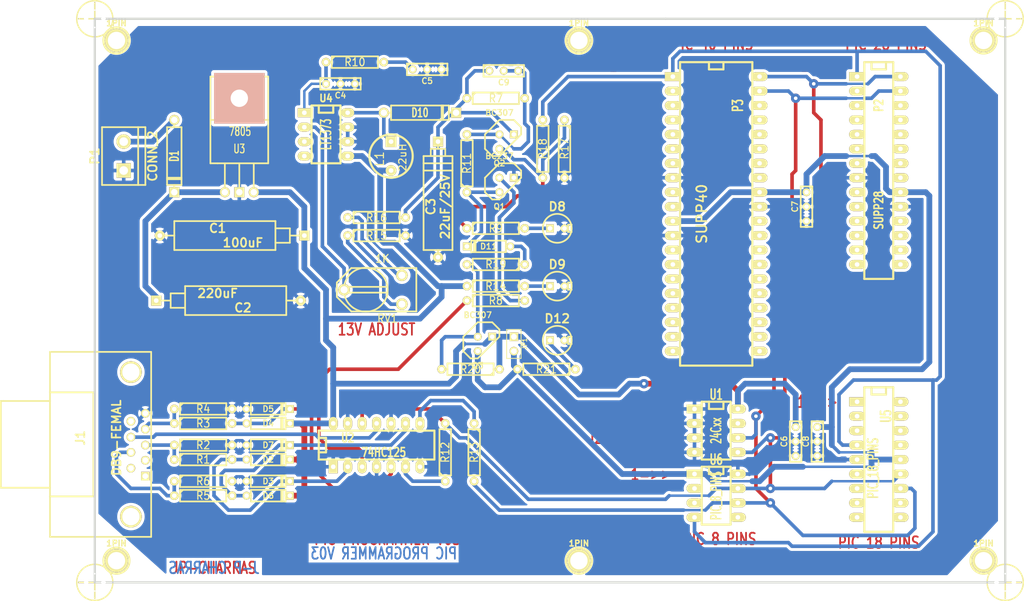
<source format=kicad_pcb>
(kicad_pcb (version 20221018) (generator pcbnew)
  (title_block (title "SERIAL PIC PROGRAMMER"))
  (layers (0 "F.Cu" signal "Composant") (31 "B.Cu" signal "Cuivre") (34 "B.Paste" user "Dessous.Pate") (35 "F.Paste" user "Dessus.Pate") (36 "B.SilkS" user "Dessous.SilkS") (37 "F.SilkS" user "Dessus.SilkS") (38 "B.Mask" user "Dessous.Masque") (39 "F.Mask" user "Dessus.Masque") (44 "Edge.Cuts" user "Contours.Ci"))
  (net 0 "")
  (net 1 "/pic_programmer/CTS")
  (net 2 "/pic_programmer/PC-DATA-OUT")
  (net 3 "/pic_programmer/RTS")
  (net 4 "/pic_programmer/TXD")
  (net 5 "/sockets/CLOCK-RB6")
  (net 6 "/sockets/DATA-RB7")
  (net 7 "/sockets/VCC_PIC")
  (net 8 "/sockets/VPP-MCLR")
  (net 9 "GND")
  (net 10 "N-000009")
  (net 11 "N-000010")
  (net 12 "N-000011")
  (net 13 "N-000013")
  (net 14 "N-000015")
  (net 15 "N-000016")
  (net 16 "N-000017")
  (net 17 "N-000018")
  (net 18 "N-000021")
  (net 19 "N-000022")
  (net 20 "N-000023")
  (net 21 "N-000024")
  (net 22 "N-000025")
  (net 23 "N-000026")
  (net 24 "N-000027")
  (net 25 "N-000028")
  (net 26 "N-000029")
  (net 27 "N-000030")
  (net 28 "N-000031")
  (net 29 "N-000032")
  (net 30 "N-000033")
  (net 31 "N-000034")
  (net 32 "N-000036")
  (net 33 "N-000038")
  (net 34 "VCC")
  (net 35 "VPP")
  (footprint "DB9FC" (layer "F.Cu") (at 81.28 115.57 90)
    (fp_text reference "J1")
    (fp_text value "DB9-FEMAL")
  )
  (footprint "R4" (layer "F.Cu") (at 92.71 118.11)
    (fp_text reference "R1")
    (fp_text value "10K" hide)
  )
  (footprint "R4" (layer "F.Cu") (at 92.71 115.57)
    (fp_text reference "R2")
    (fp_text value "10K" hide)
  )
  (footprint "D3" (layer "F.Cu") (at 104.14 118.11)
    (fp_text reference "D2")
    (fp_text value "BAT43" hide)
  )
  (footprint "D3" (layer "F.Cu") (at 104.14 121.92)
    (fp_text reference "D3")
    (fp_text value "BAT43" hide)
  )
  (footprint "R4" (layer "F.Cu") (at 92.71 111.76)
    (fp_text reference "R3")
    (fp_text value "10K" hide)
  )
  (footprint "R4" (layer "F.Cu") (at 92.71 109.22)
    (fp_text reference "R4")
    (fp_text value "10K" hide)
  )
  (footprint "D3" (layer "F.Cu") (at 104.14 111.76)
    (fp_text reference "D4")
    (fp_text value "BAT43" hide)
  )
  (footprint "D3" (layer "F.Cu") (at 104.14 109.22)
    (fp_text reference "D5")
    (fp_text value "BAT43" hide)
  )
  (footprint "R4" (layer "F.Cu") (at 92.71 124.46)
    (fp_text reference "R5")
    (fp_text value "10K" hide)
  )
  (footprint "R4" (layer "F.Cu") (at 92.71 121.92)
    (fp_text reference "R6")
    (fp_text value "10K" hide)
  )
  (footprint "D3" (layer "F.Cu") (at 104.14 124.46)
    (fp_text reference "D6")
    (fp_text value "BAT43" hide)
  )
  (footprint "D3" (layer "F.Cu") (at 104.14 115.57)
    (fp_text reference "D7")
    (fp_text value "BAT43" hide)
  )
  (footprint "14DIP-ELL300" (layer "F.Cu") (at 123.19 115.57)
    (fp_text reference "U2")
    (fp_text value "74HC125")
  )
  (footprint "R4" (layer "F.Cu") (at 135.255 116.84 90)
    (fp_text reference "R12")
    (fp_text value "470" hide)
  )
  (footprint "R4" (layer "F.Cu") (at 140.335 116.84 -90)
    (fp_text reference "R13")
    (fp_text value "470" hide)
  )
  (footprint "R4" (layer "F.Cu") (at 144.145 90.17)
    (fp_text reference "R8")
    (fp_text value "1K" hide)
  )
  (footprint "TO92" (layer "F.Cu") (at 146.05 69.85)
    (fp_text reference "Q1")
    (fp_text value "BC237")
  )
  (footprint "R4" (layer "F.Cu") (at 139.065 66.04 90)
    (fp_text reference "R11")
    (fp_text value "22K" hide)
  )
  (footprint "R4" (layer "F.Cu") (at 144.145 54.61)
    (fp_text reference "R7")
    (fp_text value "10K" hide)
  )
  (footprint "TO92" (layer "F.Cu") (at 146.05 62.23)
    (fp_text reference "Q2")
    (fp_text value "BC307")
  )
  (footprint "R4" (layer "F.Cu") (at 144.145 77.47)
    (fp_text reference "R9")
    (fp_text value "2.2K" hide)
  )
  (footprint "LEDV" (layer "F.Cu") (at 154.94 77.47)
    (fp_text reference "D8")
    (fp_text value "RED-LED" hide)
  )
  (footprint "bornier2" (layer "F.Cu") (at 78.74 64.77 90)
    (fp_text reference "P1")
    (fp_text value "CONN_2")
  )
  (footprint "D5" (layer "F.Cu") (at 87.63 64.77 -90)
    (fp_text reference "D1")
    (fp_text value "1N4004" hide)
  )
  (footprint "CP10" (layer "F.Cu") (at 97.155 90.17)
    (fp_text reference "C2")
    (fp_text value "220uF")
  )
  (footprint "LM78XX" (layer "F.Cu") (at 99.06 71.12 90)
    (fp_text reference "U3")
    (fp_text value "7805")
  )
  (footprint "CP10" (layer "F.Cu") (at 97.79 78.74 180)
    (fp_text reference "C1")
    (fp_text value "100uF")
  )
  (footprint "R4" (layer "F.Cu") (at 144.145 87.63)
    (fp_text reference "R14")
    (fp_text value "470" hide)
  )
  (footprint "LEDV" (layer "F.Cu") (at 154.94 87.63)
    (fp_text reference "D9")
    (fp_text value "GREEN-LED" hide)
  )
  (footprint "R4" (layer "F.Cu") (at 156.21 63.5 -90)
    (fp_text reference "R17")
    (fp_text value "22K" hide)
  )
  (footprint "INDUCTOR_V" (layer "F.Cu") (at 125.73 64.77 -90)
    (fp_text reference "L1")
    (fp_text value "22uH")
  )
  (footprint "CP8" (layer "F.Cu") (at 133.985 72.39 -90)
    (fp_text reference "C3")
    (fp_text value "22uF/25V")
  )
  (footprint "C1-1" (layer "F.Cu") (at 132.08 49.53)
    (fp_text reference "C5")
    (fp_text value "10nF" hide)
  )
  (footprint "R4" (layer "F.Cu") (at 123.19 78.74)
    (fp_text reference "R15")
    (fp_text value "6.2K" hide)
  )
  (footprint "R4" (layer "F.Cu") (at 123.19 75.565)
    (fp_text reference "R16")
    (fp_text value "62K" hide)
  )
  (footprint "8DIP-ELL300" (layer "F.Cu") (at 114.3 60.96 -90)
    (fp_text reference "U4")
    (fp_text value "LT1373")
  )
  (footprint "C1-1" (layer "F.Cu") (at 116.84 52.07)
    (fp_text reference "C4")
    (fp_text value "0" hide)
  )
  (footprint "R4" (layer "F.Cu") (at 119.38 48.26)
    (fp_text reference "R10")
    (fp_text value "5,1K" hide)
  )
  (footprint "D5" (layer "F.Cu") (at 130.81 57.15)
    (fp_text reference "D10")
    (fp_text value "SCHOTTKY" hide)
  )
  (footprint "8DIP-ELL300" (layer "F.Cu") (at 182.88 124.46 -90)
    (fp_text reference "U6")
    (fp_text value "PIC_8_PINS")
  )
  (footprint "18DIP-ELL300" (layer "F.Cu") (at 211.455 118.11 -90)
    (fp_text reference "U5")
    (fp_text value "PIC_18_PINS")
  )
  (footprint "8DIP-ELL300" (layer "F.Cu") (at 182.88 113.03 -90)
    (fp_text reference "U1")
    (fp_text value "24Cxx")
  )
  (footprint "40DIP-ELL600" (layer "F.Cu") (at 182.88 74.93 -90)
    (fp_text reference "P3")
    (fp_text value "SUPP40")
  )
  (footprint "1pin" (layer "F.Cu") (at 229.87 44.45)
    (fp_text reference "1PIN")
    (fp_text value "P***" hide)
  )
  (footprint "1pin" (layer "F.Cu") (at 229.87 135.89)
    (fp_text reference "1PIN")
    (fp_text value "P***" hide)
  )
  (footprint "1pin" (layer "F.Cu") (at 77.47 44.45)
    (fp_text reference "1PIN")
    (fp_text value "P***" hide)
  )
  (footprint "1pin" (layer "F.Cu") (at 77.47 135.89)
    (fp_text reference "1PIN")
    (fp_text value "P***" hide)
  )
  (footprint "1pin" (layer "F.Cu") (at 158.75 135.89)
    (fp_text reference "1PIN")
    (fp_text value "P***" hide)
  )
  (footprint "1pin" (layer "F.Cu") (at 158.75 44.45)
    (fp_text reference "1PIN")
    (fp_text value "P***" hide)
  )
  (footprint "C1-1" (layer "F.Cu") (at 196.85 114.935 -90)
    (fp_text reference "C6")
    (fp_text value "100nF" hide)
  )
  (footprint "C1-1" (layer "F.Cu") (at 198.755 73.66 -90)
    (fp_text reference "C7")
    (fp_text value "100nF" hide)
  )
  (footprint "MIRE" (layer "F.Cu") (at 233.68 40.64)
    (fp_text reference "MIRE" hide)
    (fp_text value "*" hide)
  )
  (footprint "MIRE" (layer "F.Cu") (at 73.66 40.64)
    (fp_text reference "MIRE" hide)
    (fp_text value "*" hide)
  )
  (footprint "MIRE" (layer "F.Cu") (at 73.66 139.7)
    (fp_text reference "MIRE" hide)
    (fp_text value "*" hide)
  )
  (footprint "MIRE" (layer "F.Cu") (at 233.68 139.7)
    (fp_text reference "MIRE" hide)
    (fp_text value "*" hide)
  )
  (footprint "R4" (layer "F.Cu") (at 152.4 63.5 90)
    (fp_text reference "R18")
    (fp_text value "220" hide)
  )
  (footprint "28DIP-ELL300" (layer "F.Cu") (at 211.455 67.31 -90)
    (fp_text reference "P2")
    (fp_text value "SUPP28")
  )
  (footprint "RV2X4" (layer "F.Cu") (at 122.555 88.265 180)
    (fp_text reference "RV1")
    (fp_text value "1K")
  )
  (footprint "TO92" (layer "F.Cu") (at 142.24 97.79)
    (fp_text reference "Q3")
    (fp_text value "BC307")
  )
  (footprint "R4" (layer "F.Cu") (at 144.145 83.82 180)
    (fp_text reference "R19")
    (fp_text value "2.2K" hide)
  )
  (footprint "R4" (layer "F.Cu") (at 139.7 102.235 180)
    (fp_text reference "R20")
    (fp_text value "2.2K" hide)
  )
  (footprint "R4" (layer "F.Cu") (at 153.035 102.235 180)
    (fp_text reference "R21")
    (fp_text value "470" hide)
  )
  (footprint "LEDV" (layer "F.Cu") (at 154.94 97.155)
    (fp_text reference "D12")
    (fp_text value "YELLOW-LED" hide)
  )
  (footprint "D3" (layer "F.Cu") (at 142.875 80.645 180)
    (fp_text reference "D11")
    (fp_text value "BAT43" hide)
  )
  (footprint "PIN_ARRAY_2X1" (layer "F.Cu") (at 147.32 97.79 -90)
    (fp_text reference "JP1")
    (fp_text value "JUMPER" hide)
  )
  (footprint "C1-1" (layer "F.Cu") (at 200.66 114.935 -90)
    (fp_text reference "C8")
    (fp_text value "100nF" hide)
  )
  (footprint "C1-1" (layer "F.Cu") (at 145.542 49.784)
    (fp_text reference "C9")
    (fp_text value "22OnF" hide)
  )
  (gr_line (start 73.66 40.64) (end 173.99 40.64) (stroke (width 0.381)) (layer "Edge.Cuts"))
  (gr_line (start 233.68 139.7) (end 73.66 139.7) (stroke (width 0.381)) (layer "Edge.Cuts"))
  (gr_line (start 173.99 40.64) (end 233.68 40.64) (stroke (width 0.381)) (layer "Edge.Cuts"))
  (gr_line (start 233.68 40.64) (end 233.68 139.7) (stroke (width 0.381)) (layer "Edge.Cuts"))
  (gr_line (start 73.66 139.7) (end 73.66 40.64) (stroke (width 0.381)) (layer "Edge.Cuts"))
  (gr_text "PIC 40 PINS" (at 182.245 45.085) (layer "F.Cu") (effects (font (size 2.032 1.524) (thickness 0.3048))))
  (gr_text "+8/12V" (at 80.01 57.15) (layer "F.Cu") (effects (font (size 2.032 1.524) (thickness 0.3048))))
  (gr_text "VCC ON" (at 163.83 98.425) (layer "F.Cu") (effects (font (size 2.032 1.524) (thickness 0.3048))))
  (gr_text "1=>>" (at 171.45 109.22) (layer "F.Cu") (effects (font (size 2.032 1.524) (thickness 0.3048))))
  (gr_text "I2C PROM" (at 166.37 114.3) (layer "F.Cu") (effects (font (size 2.032 1.524) (thickness 0.3048))))
  (gr_text "PIC 8 PINS" (at 183.515 132.08) (layer "F.Cu") (effects (font (size 2.032 1.524) (thickness 0.3048))))
  (gr_text "1=>>" (at 201.295 48.895) (layer "F.Cu") (effects (font (size 2.032 1.524) (thickness 0.3048))))
  (gr_text "PIC PROGRAMMER V03" (at 125.095 132.08) (layer "F.Cu") (effects (font (size 2.032 1.524) (thickness 0.3048))))
  (gr_text "1=>>" (at 200.66 107.95) (layer "F.Cu") (effects (font (size 2.032 1.524) (thickness 0.3048))))
  (gr_text "PWR ON" (at 163.83 88.9) (layer "F.Cu") (effects (font (size 2.032 1.524) (thickness 0.3048))))
  (gr_text "13V ADJUST" (at 123.19 95.25) (layer "F.Cu") (effects (font (size 2.032 1.524) (thickness 0.3048))))
  (gr_text "VPP ON" (at 163.195 80.645) (layer "F.Cu") (effects (font (size 2.032 1.524) (thickness 0.3048))))
  (gr_text "1=>>" (at 167.64 48.895) (layer "F.Cu") (effects (font (size 2.032 1.524) (thickness 0.3048))))
  (gr_text "PIC 28 PINS" (at 212.725 45.085) (layer "F.Cu") (effects (font (size 2.032 1.524) (thickness 0.3048))))
  (gr_text "JP-CHARRAS" (at 94.615 137.16) (layer "F.Cu") (effects (font (size 2.032 1.524) (thickness 0.3048))))
  (gr_text "PIC 18 PINS" (at 211.455 132.715) (layer "F.Cu") (effects (font (size 2.032 1.524) (thickness 0.3048))))
  (gr_text "1=>>" (at 171.45 120.65) (layer "F.Cu") (effects (font (size 2.032 1.524) (thickness 0.3048))))
  (gr_text "PIC PROGRAMMER V03" (at 124.46 134.62) (layer "B.Cu") (effects (font (size 2.032 1.524) (thickness 0.3048)) (justify mirror)))
  (gr_text "J-P CHARRAS" (at 94.615 137.16) (layer "B.Cu") (effects (font (size 2.032 1.524) (thickness 0.3048)) (justify mirror)))
  (segment (start 112.395 113.665) (end 113.03 114.3) (width 0.635) (layer "B.Cu") (net 1))
  (segment (start 80.01 114.173) (end 83.947 114.173) (width 0.635) (layer "B.Cu") (net 1))
  (segment (start 123.19 113.03) (end 123.19 111.76) (width 0.635) (layer "B.Cu") (net 1))
  (segment (start 113.03 114.3) (end 121.92 114.3) (width 0.635) (layer "B.Cu") (net 1))
  (segment (start 83.947 114.173) (end 84.455 113.665) (width 0.635) (layer "B.Cu") (net 1))
  (segment (start 84.455 113.665) (end 112.395 113.665) (width 0.635) (layer "B.Cu") (net 1))
  (segment (start 121.92 114.3) (end 123.19 113.03) (width 0.635) (layer "B.Cu") (net 1))
  (segment (start 82.55 112.395) (end 83.185 111.76) (width 0.635) (layer "B.Cu") (net 2))
  (segment (start 82.55 112.776) (end 82.55 112.395) (width 0.635) (layer "B.Cu") (net 2))
  (segment (start 83.185 111.76) (end 87.63 111.76) (width 0.635) (layer "B.Cu") (net 2))
  (segment (start 87.63 111.76) (end 87.63 109.22) (width 0.635) (layer "B.Cu") (net 2))
  (segment (start 86.36 124.46) (end 87.63 124.46) (width 0.635) (layer "B.Cu") (net 3))
  (segment (start 80.01 123.19) (end 85.09 123.19) (width 0.635) (layer "B.Cu") (net 3))
  (segment (start 80.01 116.84) (end 78.105 116.84) (width 0.635) (layer "B.Cu") (net 3))
  (segment (start 78.105 116.84) (end 77.47 117.475) (width 0.635) (layer "B.Cu") (net 3))
  (segment (start 85.09 123.19) (end 86.36 124.46) (width 0.635) (layer "B.Cu") (net 3))
  (segment (start 77.47 120.65) (end 80.01 123.19) (width 0.635) (layer "B.Cu") (net 3))
  (segment (start 87.63 124.46) (end 87.63 121.92) (width 0.635) (layer "B.Cu") (net 3))
  (segment (start 77.47 117.475) (end 77.47 120.65) (width 0.635) (layer "B.Cu") (net 3))
  (segment (start 87.63 115.57) (end 82.55 115.57) (width 0.635) (layer "B.Cu") (net 4))
  (segment (start 87.63 118.11) (end 87.63 115.57) (width 0.635) (layer "B.Cu") (net 4))
  (segment (start 189.865 110.49) (end 189.865 123.19) (width 0.635) (layer "F.Cu") (net 5))
  (segment (start 196.85 67.31) (end 196.85 54.61) (width 0.635) (layer "F.Cu") (net 5))
  (segment (start 196.215 67.945) (end 196.85 67.31) (width 0.635) (layer "F.Cu") (net 5))
  (segment (start 193.04 75.565) (end 196.215 72.39) (width 0.635) (layer "F.Cu") (net 5))
  (segment (start 189.865 123.19) (end 192.405 125.73) (width 0.635) (layer "F.Cu") (net 5))
  (segment (start 193.04 107.315) (end 189.865 110.49) (width 0.635) (layer "F.Cu") (net 5))
  (segment (start 193.04 107.315) (end 193.04 75.565) (width 0.635) (layer "F.Cu") (net 5))
  (segment (start 196.215 72.39) (end 196.215 67.945) (width 0.635) (layer "F.Cu") (net 5))
  (via (at 196.85 54.61) (size 1.651) (drill 0.635) (layers "F.Cu" "B.Cu") (net 5))
  (via (at 192.405 125.73) (size 1.651) (drill 0.635) (layers "F.Cu" "B.Cu") (net 5))
  (via (at 189.865 110.49) (size 1.651) (drill 0.635) (layers "F.Cu" "B.Cu") (net 5))
  (segment (start 190.5 53.34) (end 195.58 53.34) (width 0.635) (layer "B.Cu") (net 5))
  (segment (start 217.805 130.175) (end 217.805 123.825) (width 0.635) (layer "B.Cu") (net 5))
  (segment (start 216.535 131.445) (end 217.805 130.175) (width 0.635) (layer "B.Cu") (net 5))
  (segment (start 205.74 54.61) (end 208.915 54.61) (width 0.4318) (layer "B.Cu") (net 5))
  (segment (start 217.805 123.825) (end 217.17 123.19) (width 0.635) (layer "B.Cu") (net 5))
  (segment (start 177.165 127) (end 180.975 127) (width 0.4318) (layer "B.Cu") (net 5))
  (segment (start 210.185 54.61) (end 208.915 54.61) (width 0.635) (layer "B.Cu") (net 5))
  (segment (start 182.245 125.73) (end 180.975 127) (width 0.635) (layer "B.Cu") (net 5))
  (segment (start 140.335 121.92) (end 140.335 122.555) (width 0.635) (layer "B.Cu") (net 5))
  (segment (start 195.58 53.34) (end 196.85 54.61) (width 0.635) (layer "B.Cu") (net 5))
  (segment (start 211.455 53.34) (end 210.185 54.61) (width 0.635) (layer "B.Cu") (net 5))
  (segment (start 189.865 113.665) (end 189.23 114.3) (width 0.635) (layer "B.Cu") (net 5))
  (segment (start 186.69 125.73) (end 192.405 125.73) (width 0.635) (layer "B.Cu") (net 5))
  (segment (start 189.23 114.3) (end 186.69 114.3) (width 0.635) (layer "B.Cu") (net 5))
  (segment (start 182.245 125.73) (end 186.69 125.73) (width 0.635) (layer "B.Cu") (net 5))
  (segment (start 144.78 127) (end 177.165 127) (width 0.635) (layer "B.Cu") (net 5))
  (segment (start 196.85 54.61) (end 205.74 54.61) (width 0.635) (layer "B.Cu") (net 5))
  (segment (start 211.455 53.34) (end 215.265 53.34) (width 0.635) (layer "B.Cu") (net 5))
  (segment (start 198.12 131.445) (end 216.535 131.445) (width 0.635) (layer "B.Cu") (net 5))
  (segment (start 140.335 122.555) (end 144.78 127) (width 0.635) (layer "B.Cu") (net 5))
  (segment (start 217.17 123.19) (end 215.265 123.19) (width 0.635) (layer "B.Cu") (net 5))
  (segment (start 189.865 110.49) (end 189.865 113.665) (width 0.635) (layer "B.Cu") (net 5))
  (segment (start 192.405 125.73) (end 198.12 131.445) (width 0.635) (layer "B.Cu") (net 5))
  (segment (start 200.025 57.15) (end 200.025 52.07) (width 0.635) (layer "F.Cu") (net 6))
  (segment (start 194.945 113.665) (end 194.31 114.3) (width 0.635) (layer "F.Cu") (net 6))
  (segment (start 201.295 85.09) (end 194.945 91.44) (width 0.635) (layer "F.Cu") (net 6))
  (segment (start 132.715 109.22) (end 135.255 111.76) (width 0.635) (layer "F.Cu") (net 6))
  (segment (start 200.025 57.15) (end 201.295 58.42) (width 0.635) (layer "F.Cu") (net 6))
  (segment (start 192.405 114.3) (end 192.405 123.19) (width 0.635) (layer "F.Cu") (net 6))
  (segment (start 201.295 58.42) (end 201.295 85.09) (width 0.635) (layer "F.Cu") (net 6))
  (segment (start 194.31 114.3) (end 192.405 114.3) (width 0.635) (layer "F.Cu") (net 6))
  (segment (start 120.65 111.76) (end 120.65 109.855) (width 0.635) (layer "F.Cu") (net 6))
  (segment (start 194.945 91.44) (end 194.945 113.665) (width 0.635) (layer "F.Cu") (net 6))
  (segment (start 121.285 109.22) (end 132.715 109.22) (width 0.635) (layer "F.Cu") (net 6))
  (segment (start 120.65 109.855) (end 121.285 109.22) (width 0.635) (layer "F.Cu") (net 6))
  (via (at 192.405 114.3) (size 1.651) (drill 0.635) (layers "F.Cu" "B.Cu") (net 6))
  (via (at 192.405 123.19) (size 1.651) (drill 0.635) (layers "F.Cu" "B.Cu") (net 6))
  (via (at 200.025 52.07) (size 1.651) (drill 0.635) (layers "F.Cu" "B.Cu") (net 6))
  (segment (start 135.255 111.76) (end 137.795 114.3) (width 0.635) (layer "B.Cu") (net 6))
  (segment (start 181.61 124.46) (end 182.88 123.19) (width 0.635) (layer "B.Cu") (net 6))
  (segment (start 191.77 114.3) (end 189.23 116.84) (width 0.635) (layer "B.Cu") (net 6))
  (segment (start 213.995 121.92) (end 215.265 120.65) (width 0.635) (layer "B.Cu") (net 6))
  (segment (start 139.065 114.3) (end 149.86 125.095) (width 0.635) (layer "B.Cu") (net 6))
  (segment (start 186.69 123.19) (end 192.405 123.19) (width 0.635) (layer "B.Cu") (net 6))
  (segment (start 173.99 125.095) (end 174.625 124.46) (width 0.635) (layer "B.Cu") (net 6))
  (segment (start 215.265 50.8) (end 210.82 50.8) (width 0.635) (layer "B.Cu") (net 6))
  (segment (start 200.025 52.07) (end 205.74 52.07) (width 0.635) (layer "B.Cu") (net 6))
  (segment (start 205.74 52.07) (end 209.55 52.07) (width 0.4318) (layer "B.Cu") (net 6))
  (segment (start 201.93 123.19) (end 203.2 121.92) (width 0.635) (layer "B.Cu") (net 6))
  (segment (start 174.625 124.46) (end 181.61 124.46) (width 0.4318) (layer "B.Cu") (net 6))
  (segment (start 137.795 114.3) (end 139.065 114.3) (width 0.635) (layer "B.Cu") (net 6))
  (segment (start 192.405 123.19) (end 201.93 123.19) (width 0.635) (layer "B.Cu") (net 6))
  (segment (start 192.405 114.3) (end 191.77 114.3) (width 0.635) (layer "B.Cu") (net 6))
  (segment (start 203.2 121.92) (end 213.995 121.92) (width 0.4318) (layer "B.Cu") (net 6))
  (segment (start 190.5 50.8) (end 198.755 50.8) (width 0.635) (layer "B.Cu") (net 6))
  (segment (start 189.23 116.84) (end 186.69 116.84) (width 0.635) (layer "B.Cu") (net 6))
  (segment (start 182.88 123.19) (end 186.69 123.19) (width 0.635) (layer "B.Cu") (net 6))
  (segment (start 209.55 52.07) (end 210.82 50.8) (width 0.635) (layer "B.Cu") (net 6))
  (segment (start 198.755 50.8) (end 200.025 52.07) (width 0.635) (layer "B.Cu") (net 6))
  (segment (start 149.86 125.095) (end 173.99 125.095) (width 0.635) (layer "B.Cu") (net 6))
  (segment (start 180.34 76.2) (end 185.42 71.12) (width 1.016) (layer "B.Cu") (net 7))
  (segment (start 204.47 116.84) (end 210.185 116.84) (width 0.4318) (layer "B.Cu") (net 7))
  (segment (start 212.725 66.675) (end 212.725 70.485) (width 1.016) (layer "B.Cu") (net 7))
  (segment (start 219.075 102.235) (end 220.345 100.965) (width 1.016) (layer "B.Cu") (net 7))
  (segment (start 190.5 121.92) (end 193.04 119.38) (width 1.016) (layer "B.Cu") (net 7))
  (segment (start 166.37 120.65) (end 147.955 102.235) (width 1.016) (layer "B.Cu") (net 7))
  (segment (start 190.5 71.12) (end 198.755 71.12) (width 1.016) (layer "B.Cu") (net 7))
  (segment (start 205.74 64.77) (end 210.185 64.77) (width 0.4318) (layer "B.Cu") (net 7))
  (segment (start 210.185 118.11) (end 210.185 116.84) (width 1.016) (layer "B.Cu") (net 7))
  (segment (start 140.97 99.06) (end 140.97 104.14) (width 1.016) (layer "B.Cu") (net 7))
  (segment (start 210.82 64.77) (end 212.725 66.675) (width 1.016) (layer "B.Cu") (net 7))
  (segment (start 142.24 105.41) (end 144.78 105.41) (width 1.016) (layer "B.Cu") (net 7))
  (segment (start 147.32 101.6) (end 147.955 102.235) (width 1.016) (layer "B.Cu") (net 7))
  (segment (start 203.2 115.57) (end 204.47 116.84) (width 0.635) (layer "B.Cu") (net 7))
  (segment (start 147.32 99.06) (end 147.32 101.6) (width 1.016) (layer "B.Cu") (net 7))
  (segment (start 185.42 71.12) (end 190.5 71.12) (width 1.016) (layer "B.Cu") (net 7))
  (segment (start 210.185 119.38) (end 210.185 118.11) (width 1.016) (layer "B.Cu") (net 7))
  (segment (start 220.345 100.965) (end 220.345 71.755) (width 1.016) (layer "B.Cu") (net 7))
  (segment (start 140.97 104.14) (end 142.24 105.41) (width 1.016) (layer "B.Cu") (net 7))
  (segment (start 219.71 71.12) (end 215.265 71.12) (width 1.016) (layer "B.Cu") (net 7))
  (segment (start 179.07 120.65) (end 180.975 120.65) (width 1.016) (layer "B.Cu") (net 7))
  (segment (start 198.755 67.945) (end 201.93 64.77) (width 1.016) (layer "B.Cu") (net 7))
  (segment (start 200.66 112.395) (end 203.2 112.395) (width 1.016) (layer "B.Cu") (net 7))
  (segment (start 201.93 64.77) (end 205.74 64.77) (width 1.016) (layer "B.Cu") (net 7))
  (segment (start 203.2 105.41) (end 203.2 112.395) (width 1.016) (layer "B.Cu") (net 7))
  (segment (start 206.375 102.235) (end 219.075 102.235) (width 1.016) (layer "B.Cu") (net 7))
  (segment (start 210.185 64.77) (end 210.82 64.77) (width 1.016) (layer "B.Cu") (net 7))
  (segment (start 180.975 120.65) (end 182.245 121.92) (width 1.016) (layer "B.Cu") (net 7))
  (segment (start 198.755 71.12) (end 198.755 67.945) (width 1.016) (layer "B.Cu") (net 7))
  (segment (start 182.245 121.92) (end 189.23 121.92) (width 0.4318) (layer "B.Cu") (net 7))
  (segment (start 193.04 119.38) (end 198.12 119.38) (width 1.016) (layer "B.Cu") (net 7))
  (segment (start 203.2 105.41) (end 206.375 102.235) (width 1.016) (layer "B.Cu") (net 7))
  (segment (start 213.36 71.12) (end 215.265 71.12) (width 1.016) (layer "B.Cu") (net 7))
  (segment (start 175.26 76.2) (end 180.34 76.2) (width 1.016) (layer "B.Cu") (net 7))
  (segment (start 189.23 121.92) (end 190.5 121.92) (width 1.016) (layer "B.Cu") (net 7))
  (segment (start 179.07 120.65) (end 166.37 120.65) (width 1.016) (layer "B.Cu") (net 7))
  (segment (start 144.78 105.41) (end 147.955 102.235) (width 1.016) (layer "B.Cu") (net 7))
  (segment (start 198.12 119.38) (end 210.185 119.38) (width 0.4318) (layer "B.Cu") (net 7))
  (segment (start 203.2 112.395) (end 203.2 115.57) (width 1.016) (layer "B.Cu") (net 7))
  (segment (start 212.725 70.485) (end 213.36 71.12) (width 1.016) (layer "B.Cu") (net 7))
  (segment (start 220.345 71.755) (end 219.71 71.12) (width 1.016) (layer "B.Cu") (net 7))
  (segment (start 210.185 118.11) (end 215.265 118.11) (width 1.016) (layer "B.Cu") (net 7))
  (segment (start 207.645 115.57) (end 205.105 115.57) (width 0.635) (layer "B.Cu") (net 8))
  (segment (start 207.645 46.355) (end 176.53 46.355) (width 0.635) (layer "B.Cu") (net 8))
  (segment (start 179.07 130.81) (end 180.975 132.715) (width 0.635) (layer "B.Cu") (net 8))
  (segment (start 179.07 130.81) (end 179.07 128.27) (width 0.635) (layer "B.Cu") (net 8))
  (segment (start 156.845 50.8) (end 152.4 55.245) (width 0.635) (layer "B.Cu") (net 8))
  (segment (start 195.58 132.715) (end 180.975 132.715) (width 0.635) (layer "B.Cu") (net 8))
  (segment (start 204.47 106.68) (end 207.01 104.14) (width 0.635) (layer "B.Cu") (net 8))
  (segment (start 220.98 130.81) (end 220.98 104.14) (width 0.635) (layer "B.Cu") (net 8))
  (segment (start 205.105 115.57) (end 204.47 114.935) (width 0.635) (layer "B.Cu") (net 8))
  (segment (start 222.25 48.895) (end 222.25 103.505) (width 0.635) (layer "B.Cu") (net 8))
  (segment (start 175.26 47.625) (end 176.53 46.355) (width 0.635) (layer "B.Cu") (net 8))
  (segment (start 221.615 104.14) (end 222.25 103.505) (width 0.635) (layer "B.Cu") (net 8))
  (segment (start 196.215 133.35) (end 218.44 133.35) (width 0.635) (layer "B.Cu") (net 8))
  (segment (start 219.71 46.355) (end 207.645 46.355) (width 0.635) (layer "B.Cu") (net 8))
  (segment (start 221.615 104.14) (end 220.98 104.14) (width 0.635) (layer "B.Cu") (net 8))
  (segment (start 222.25 48.895) (end 219.71 46.355) (width 0.635) (layer "B.Cu") (net 8))
  (segment (start 195.58 132.715) (end 196.215 133.35) (width 0.635) (layer "B.Cu") (net 8))
  (segment (start 207.01 104.14) (end 220.98 104.14) (width 0.635) (layer "B.Cu") (net 8))
  (segment (start 156.845 50.8) (end 175.26 50.8) (width 0.635) (layer "B.Cu") (net 8))
  (segment (start 218.44 133.35) (end 220.98 130.81) (width 0.635) (layer "B.Cu") (net 8))
  (segment (start 207.645 50.8) (end 207.645 46.355) (width 0.635) (layer "B.Cu") (net 8))
  (segment (start 204.47 114.935) (end 204.47 106.68) (width 0.635) (layer "B.Cu") (net 8))
  (segment (start 175.26 50.8) (end 175.26 47.625) (width 0.635) (layer "B.Cu") (net 8))
  (segment (start 128.27 119.38) (end 128.27 120.65) (width 0.635) (layer "B.Cu") (net 10))
  (segment (start 128.27 120.65) (end 129.54 121.92) (width 0.635) (layer "B.Cu") (net 10))
  (segment (start 129.54 121.92) (end 135.255 121.92) (width 0.635) (layer "B.Cu") (net 10))
  (segment (start 130.81 111.76) (end 130.81 109.6264) (width 0.635) (layer "B.Cu") (net 11))
  (segment (start 130.81 109.6264) (end 132.6896 107.7468) (width 0.635) (layer "B.Cu") (net 11))
  (segment (start 140.335 109.6772) (end 140.335 111.76) (width 0.635) (layer "B.Cu") (net 11))
  (segment (start 138.4046 107.7468) (end 140.335 109.6772) (width 0.635) (layer "B.Cu") (net 11))
  (segment (start 132.6896 107.7468) (end 138.4046 107.7468) (width 0.635) (layer "B.Cu") (net 11))
  (segment (start 113.03 104.14) (end 113.03 114.3) (width 0.635) (layer "F.Cu") (net 12))
  (segment (start 114.935 102.235) (end 113.03 104.14) (width 0.635) (layer "F.Cu") (net 12))
  (segment (start 120.65 116.84) (end 120.65 119.38) (width 0.635) (layer "F.Cu") (net 12))
  (segment (start 120.015 116.205) (end 120.65 116.84) (width 0.635) (layer "F.Cu") (net 12))
  (segment (start 114.935 116.205) (end 120.015 116.205) (width 0.635) (layer "F.Cu") (net 12))
  (segment (start 114.935 102.235) (end 127 102.235) (width 0.635) (layer "F.Cu") (net 12))
  (segment (start 127 102.235) (end 139.065 90.17) (width 0.635) (layer "F.Cu") (net 12))
  (segment (start 113.03 114.3) (end 114.935 116.205) (width 0.635) (layer "F.Cu") (net 12))
  (segment (start 144.78 75.565) (end 144.78 88.265) (width 0.635) (layer "B.Cu") (net 13))
  (segment (start 147.32 73.025) (end 144.78 75.565) (width 0.635) (layer "B.Cu") (net 13))
  (segment (start 149.225 90.17) (end 146.685 90.17) (width 0.635) (layer "B.Cu") (net 13))
  (segment (start 144.78 68.58) (end 147.32 71.12) (width 0.635) (layer "B.Cu") (net 13))
  (segment (start 147.32 71.12) (end 147.32 73.025) (width 0.635) (layer "B.Cu") (net 13))
  (segment (start 146.685 90.17) (end 144.78 88.265) (width 0.635) (layer "B.Cu") (net 13))
  (segment (start 153.67 77.47) (end 149.225 77.47) (width 0.635) (layer "B.Cu") (net 14))
  (segment (start 83.82 62.23) (end 87.63 58.42) (width 1.016) (layer "B.Cu") (net 15))
  (segment (start 78.74 62.23) (end 83.82 62.23) (width 1.016) (layer "B.Cu") (net 15))
  (segment (start 153.67 87.63) (end 149.225 87.63) (width 0.635) (layer "B.Cu") (net 16))
  (segment (start 124.46 48.26) (end 128.27 48.26) (width 0.635) (layer "B.Cu") (net 17))
  (segment (start 128.27 48.26) (end 129.54 49.53) (width 0.635) (layer "B.Cu") (net 17))
  (segment (start 114.3 48.26) (end 114.3 52.07) (width 0.635) (layer "B.Cu") (net 18))
  (segment (start 110.49 53.34) (end 111.76 52.07) (width 0.4318) (layer "B.Cu") (net 18))
  (segment (start 111.76 52.07) (end 114.3 52.07) (width 0.4318) (layer "B.Cu") (net 18))
  (segment (start 110.49 57.15) (end 110.49 53.34) (width 0.4318) (layer "B.Cu") (net 18))
  (segment (start 124.46 57.15) (end 124.46 60.96) (width 0.635) (layer "B.Cu") (net 19))
  (segment (start 124.46 60.96) (end 125.73 62.23) (width 0.635) (layer "B.Cu") (net 19))
  (segment (start 118.11 57.15) (end 124.46 57.15) (width 0.635) (layer "B.Cu") (net 19))
  (segment (start 118.11 80.01) (end 124.46 86.36) (width 0.635) (layer "B.Cu") (net 20))
  (segment (start 124.46 86.36) (end 124.46 89.535) (width 0.635) (layer "B.Cu") (net 20))
  (segment (start 124.46 89.535) (end 125.73 90.805) (width 0.635) (layer "B.Cu") (net 20))
  (segment (start 125.73 90.805) (end 127.635 90.805) (width 0.635) (layer "B.Cu") (net 20))
  (segment (start 118.11 78.74) (end 118.11 80.01) (width 0.635) (layer "B.Cu") (net 20))
  (segment (start 118.11 75.565) (end 120.015 75.565) (width 0.635) (layer "B.Cu") (net 21))
  (segment (start 120.65 79.375) (end 127 85.725) (width 0.635) (layer "B.Cu") (net 21))
  (segment (start 120.65 76.2) (end 120.65 79.375) (width 0.635) (layer "B.Cu") (net 21))
  (segment (start 120.015 75.565) (end 120.65 76.2) (width 0.635) (layer "B.Cu") (net 21))
  (segment (start 127 85.725) (end 127.635 85.725) (width 0.635) (layer "B.Cu") (net 21))
  (segment (start 110.49 59.69) (end 112.395 59.69) (width 0.635) (layer "B.Cu") (net 22))
  (segment (start 117.475 84.455) (end 117.475 88.265) (width 0.635) (layer "B.Cu") (net 22))
  (segment (start 113.665 80.645) (end 117.475 84.455) (width 0.635) (layer "B.Cu") (net 22))
  (segment (start 113.665 60.96) (end 113.665 80.645) (width 0.635) (layer "B.Cu") (net 22))
  (segment (start 112.395 59.69) (end 113.665 60.96) (width 0.635) (layer "B.Cu") (net 22))
  (segment (start 140.97 96.52) (end 135.255 96.52) (width 0.635) (layer "B.Cu") (net 23))
  (segment (start 140.97 85.09) (end 140.97 96.52) (width 0.635) (layer "B.Cu") (net 23))
  (segment (start 135.255 96.52) (end 134.62 97.155) (width 0.635) (layer "B.Cu") (net 23))
  (segment (start 134.62 97.155) (end 134.62 102.235) (width 0.635) (layer "B.Cu") (net 23))
  (segment (start 139.7 83.82) (end 139.065 83.82) (width 0.635) (layer "B.Cu") (net 23))
  (segment (start 140.97 85.09) (end 139.7 83.82) (width 0.635) (layer "B.Cu") (net 23))
  (segment (start 153.67 97.79) (end 158.115 102.235) (width 0.635) (layer "B.Cu") (net 24))
  (segment (start 153.67 97.155) (end 153.67 97.79) (width 0.635) (layer "B.Cu") (net 24))
  (segment (start 146.685 80.645) (end 148.59 80.645) (width 0.635) (layer "B.Cu") (net 25))
  (segment (start 149.225 81.28) (end 149.225 83.82) (width 0.635) (layer "B.Cu") (net 25))
  (segment (start 148.59 80.645) (end 149.225 81.28) (width 0.635) (layer "B.Cu") (net 25))
  (segment (start 141.605 78.105) (end 139.065 80.645) (width 0.635) (layer "B.Cu") (net 26))
  (segment (start 144.78 71.12) (end 139.065 71.12) (width 0.635) (layer "B.Cu") (net 26))
  (segment (start 139.065 71.12) (end 141.605 73.66) (width 0.635) (layer "B.Cu") (net 26))
  (segment (start 141.605 73.66) (end 141.605 78.105) (width 0.635) (layer "B.Cu") (net 26))
  (segment (start 152.4 55.245) (end 152.4 58.42) (width 0.635) (layer "B.Cu") (net 27))
  (segment (start 150.495 71.755) (end 152.4 69.85) (width 0.635) (layer "F.Cu") (net 28))
  (segment (start 147.955 71.755) (end 150.495 71.755) (width 0.635) (layer "F.Cu") (net 28))
  (segment (start 152.4 68.58) (end 152.4 69.85) (width 0.635) (layer "F.Cu") (net 28))
  (segment (start 146.05 73.66) (end 147.955 71.755) (width 0.635) (layer "F.Cu") (net 28))
  (segment (start 137.795 74.93) (end 139.065 73.66) (width 0.635) (layer "F.Cu") (net 28))
  (segment (start 137.795 76.2) (end 139.065 77.47) (width 0.635) (layer "F.Cu") (net 28))
  (segment (start 137.795 74.93) (end 137.795 76.2) (width 0.635) (layer "F.Cu") (net 28))
  (segment (start 139.065 73.66) (end 146.05 73.66) (width 0.635) (layer "F.Cu") (net 28))
  (segment (start 147.32 65.405) (end 149.225 65.405) (width 0.635) (layer "B.Cu") (net 28))
  (segment (start 152.4 65.405) (end 152.4 68.58) (width 0.635) (layer "B.Cu") (net 28))
  (segment (start 156.21 61.595) (end 152.4 65.405) (width 0.635) (layer "B.Cu") (net 28))
  (segment (start 144.78 63.5) (end 145.415 63.5) (width 0.635) (layer "B.Cu") (net 28))
  (segment (start 156.21 58.42) (end 156.21 61.595) (width 0.635) (layer "B.Cu") (net 28))
  (segment (start 149.225 65.405) (end 152.4 68.58) (width 0.635) (layer "B.Cu") (net 28))
  (segment (start 145.415 63.5) (end 147.32 65.405) (width 0.635) (layer "B.Cu") (net 28))
  (segment (start 97.79 118.11) (end 95.885 118.11) (width 0.635) (layer "B.Cu") (net 29))
  (segment (start 94.615 119.38) (end 94.615 124.46) (width 0.635) (layer "B.Cu") (net 29))
  (segment (start 94.615 124.46) (end 97.155 127) (width 0.635) (layer "B.Cu") (net 29))
  (segment (start 100.33 118.11) (end 97.79 118.11) (width 0.635) (layer "B.Cu") (net 29))
  (segment (start 97.155 127) (end 100.965 127) (width 0.635) (layer "B.Cu") (net 29))
  (segment (start 118.11 120.015) (end 118.11 119.38) (width 0.635) (layer "B.Cu") (net 29))
  (segment (start 116.205 121.92) (end 118.11 120.015) (width 0.635) (layer "B.Cu") (net 29))
  (segment (start 106.045 121.92) (end 107.95 121.92) (width 0.635) (layer "B.Cu") (net 29))
  (segment (start 107.95 121.92) (end 116.205 121.92) (width 0.635) (layer "B.Cu") (net 29))
  (segment (start 95.885 118.11) (end 94.615 119.38) (width 0.635) (layer "B.Cu") (net 29))
  (segment (start 100.965 127) (end 106.045 121.92) (width 0.635) (layer "B.Cu") (net 29))
  (segment (start 84.455 89.535) (end 82.55 87.63) (width 1.016) (layer "B.Cu") (net 30))
  (segment (start 87.63 71.12) (end 96.52 71.12) (width 1.016) (layer "B.Cu") (net 30))
  (segment (start 82.55 87.63) (end 82.55 76.2) (width 1.016) (layer "B.Cu") (net 30))
  (segment (start 82.55 76.2) (end 87.63 71.12) (width 1.016) (layer "B.Cu") (net 30))
  (segment (start 84.455 90.17) (end 84.455 89.535) (width 1.016) (layer "B.Cu") (net 30))
  (segment (start 148.082 49.784) (end 148.844 49.784) (width 0.635) (layer "B.Cu") (net 31))
  (segment (start 149.225 50.165) (end 149.225 54.61) (width 0.635) (layer "B.Cu") (net 31))
  (segment (start 144.78 60.96) (end 139.065 60.96) (width 0.635) (layer "B.Cu") (net 31))
  (segment (start 149.86 62.23) (end 148.59 63.5) (width 0.635) (layer "B.Cu") (net 31))
  (segment (start 149.86 59.69) (end 149.86 62.23) (width 0.635) (layer "B.Cu") (net 31))
  (segment (start 149.225 59.055) (end 149.86 59.69) (width 0.635) (layer "B.Cu") (net 31))
  (segment (start 148.59 63.5) (end 147.32 63.5) (width 0.635) (layer "B.Cu") (net 31))
  (segment (start 145.542 49.784) (end 148.082 49.784) (width 0.635) (layer "B.Cu") (net 31))
  (segment (start 144.78 60.96) (end 147.32 63.5) (width 0.4318) (layer "B.Cu") (net 31))
  (segment (start 148.844 49.784) (end 149.225 50.165) (width 0.635) (layer "B.Cu") (net 31))
  (segment (start 149.225 54.61) (end 149.225 59.055) (width 0.635) (layer "B.Cu") (net 31))
  (segment (start 96.52 120.015) (end 101.6 120.015) (width 0.635) (layer "B.Cu") (net 32))
  (segment (start 96.52 120.015) (end 95.885 120.65) (width 0.635) (layer "B.Cu") (net 32))
  (segment (start 95.885 120.65) (end 95.885 122.555) (width 0.635) (layer "B.Cu") (net 32))
  (segment (start 100.33 124.46) (end 97.79 124.46) (width 0.635) (layer "B.Cu") (net 32))
  (segment (start 101.6 120.015) (end 106.045 115.57) (width 0.635) (layer "B.Cu") (net 32))
  (segment (start 128.27 113.03) (end 125.73 115.57) (width 0.635) (layer "B.Cu") (net 32))
  (segment (start 95.885 122.555) (end 97.79 124.46) (width 0.635) (layer "B.Cu") (net 32))
  (segment (start 106.045 115.57) (end 107.95 115.57) (width 0.635) (layer "B.Cu") (net 32))
  (segment (start 128.27 111.76) (end 128.27 113.03) (width 0.635) (layer "B.Cu") (net 32))
  (segment (start 107.95 115.57) (end 125.73 115.57) (width 0.635) (layer "B.Cu") (net 32))
  (segment (start 115.57 123.19) (end 123.19 123.19) (width 0.635) (layer "F.Cu") (net 33))
  (segment (start 123.19 123.19) (end 125.73 120.65) (width 0.635) (layer "F.Cu") (net 33))
  (segment (start 111.76 119.38) (end 115.57 123.19) (width 0.635) (layer "F.Cu") (net 33))
  (segment (start 111.76 109.855) (end 111.76 119.38) (width 0.635) (layer "F.Cu") (net 33))
  (segment (start 107.95 109.22) (end 111.125 109.22) (width 0.635) (layer "F.Cu") (net 33))
  (segment (start 111.125 109.22) (end 111.76 109.855) (width 0.635) (layer "F.Cu") (net 33))
  (segment (start 125.73 120.65) (end 125.73 119.38) (width 0.635) (layer "F.Cu") (net 33))
  (segment (start 100.33 111.76) (end 104.267 111.76) (width 0.635) (layer "B.Cu") (net 33))
  (segment (start 100.33 111.76) (end 97.79 111.76) (width 0.635) (layer "B.Cu") (net 33))
  (segment (start 106.807 109.22) (end 104.267 111.76) (width 0.635) (layer "B.Cu") (net 33))
  (segment (start 107.95 109.22) (end 106.807 109.22) (width 0.635) (layer "B.Cu") (net 33))
  (segment (start 110.49 123.825) (end 109.855 124.46) (width 1.016) (layer "F.Cu") (net 34))
  (segment (start 110.49 112.395) (end 110.49 116.84) (width 1.016) (layer "F.Cu") (net 34))
  (segment (start 109.855 111.76) (end 110.49 112.395) (width 1.016) (layer "F.Cu") (net 34))
  (segment (start 110.49 116.84) (end 109.22 118.11) (width 1.016) (layer "F.Cu") (net 34))
  (segment (start 109.855 124.46) (end 107.95 124.46) (width 1.016) (layer "F.Cu") (net 34))
  (segment (start 110.49 119.38) (end 110.49 123.825) (width 1.016) (layer "F.Cu") (net 34))
  (segment (start 109.22 118.11) (end 110.49 119.38) (width 1.016) (layer "F.Cu") (net 34))
  (segment (start 186.69 106.045) (end 186.69 109.22) (width 1.016) (layer "F.Cu") (net 34))
  (segment (start 185.42 104.775) (end 186.69 106.045) (width 1.016) (layer "F.Cu") (net 34))
  (segment (start 170.18 104.775) (end 185.42 104.775) (width 1.016) (layer "F.Cu") (net 34))
  (segment (start 109.22 118.11) (end 107.95 118.11) (width 1.016) (layer "F.Cu") (net 34))
  (segment (start 107.95 111.76) (end 109.855 111.76) (width 1.016) (layer "F.Cu") (net 34))
  (via (at 170.18 104.775) (size 1.651) (drill 0.635) (layers "F.Cu" "B.Cu") (net 34))
  (segment (start 196.85 112.395) (end 196.85 106.68) (width 1.016) (layer "B.Cu") (net 34))
  (segment (start 110.49 78.74) (end 110.49 73.66) (width 1.016) (layer "B.Cu") (net 34))
  (segment (start 110.49 84.455) (end 114.3 88.265) (width 1.016) (layer "B.Cu") (net 34))
  (segment (start 158.75 106.68) (end 165.735 106.68) (width 1.016) (layer "B.Cu") (net 34))
  (segment (start 187.96 104.775) (end 194.945 104.775) (width 1.016) (layer "B.Cu") (net 34))
  (segment (start 114.3 93.345) (end 130.81 93.345) (width 1.016) (layer "B.Cu") (net 34))
  (segment (start 123.825 67.31) (end 123.19 67.31) (width 1.016) (layer "B.Cu") (net 34))
  (segment (start 123.19 67.31) (end 120.65 64.77) (width 1.016) (layer "B.Cu") (net 34))
  (segment (start 147.32 96.52) (end 148.59 96.52) (width 1.016) (layer "B.Cu") (net 34))
  (segment (start 134.62 87.63) (end 133.985 87.63) (width 1.016) (layer "B.Cu") (net 34))
  (segment (start 124.46 80.01) (end 123.825 79.375) (width 1.016) (layer "B.Cu") (net 34))
  (segment (start 196.85 106.68) (end 194.945 104.775) (width 1.016) (layer "B.Cu") (net 34))
  (segment (start 118.11 64.77) (end 120.65 64.77) (width 1.016) (layer "B.Cu") (net 34))
  (segment (start 143.51 96.52) (end 144.78 96.52) (width 1.016) (layer "B.Cu") (net 34))
  (segment (start 110.49 78.74) (end 110.49 84.455) (width 1.016) (layer "B.Cu") (net 34))
  (segment (start 110.49 73.66) (end 107.95 71.12) (width 1.016) (layer "B.Cu") (net 34))
  (segment (start 137.16 99.06) (end 137.16 103.505) (width 1.016) (layer "B.Cu") (net 34))
  (segment (start 125.73 67.31) (end 123.825 67.31) (width 1.016) (layer "B.Cu") (net 34))
  (segment (start 134.62 89.535) (end 134.62 87.63) (width 1.016) (layer "B.Cu") (net 34))
  (segment (start 115.57 98.425) (end 115.57 104.775) (width 1.016) (layer "B.Cu") (net 34))
  (segment (start 101.6 71.12) (end 107.95 71.12) (width 1.016) (layer "B.Cu") (net 34))
  (segment (start 126.365 80.01) (end 124.46 80.01) (width 1.016) (layer "B.Cu") (net 34))
  (segment (start 107.95 111.76) (end 115.57 111.76) (width 1.016) (layer "B.Cu") (net 34))
  (segment (start 115.57 111.76) (end 115.57 104.775) (width 1.016) (layer "B.Cu") (net 34))
  (segment (start 186.69 109.22) (end 186.69 106.045) (width 1.016) (layer "B.Cu") (net 34))
  (segment (start 186.69 106.045) (end 187.96 104.775) (width 1.016) (layer "B.Cu") (net 34))
  (segment (start 148.59 96.52) (end 158.75 106.68) (width 1.016) (layer "B.Cu") (net 34))
  (segment (start 133.985 87.63) (end 126.365 80.01) (width 1.016) (layer "B.Cu") (net 34))
  (segment (start 138.43 97.79) (end 137.16 99.06) (width 1.016) (layer "B.Cu") (net 34))
  (segment (start 139.065 87.63) (end 134.62 87.63) (width 1.016) (layer "B.Cu") (net 34))
  (segment (start 142.24 97.79) (end 138.43 97.79) (width 0.4826) (layer "B.Cu") (net 34))
  (segment (start 135.89 104.775) (end 115.57 104.775) (width 1.016) (layer "B.Cu") (net 34))
  (segment (start 114.3 88.265) (end 114.3 93.345) (width 1.016) (layer "B.Cu") (net 34))
  (segment (start 114.3 97.155) (end 115.57 98.425) (width 1.016) (layer "B.Cu") (net 34))
  (segment (start 144.78 102.235) (end 144.78 96.52) (width 1.016) (layer "B.Cu") (net 34))
  (segment (start 144.78 96.52) (end 147.32 96.52) (width 1.016) (layer "B.Cu") (net 34))
  (segment (start 143.51 96.52) (end 142.24 97.79) (width 1.016) (layer "B.Cu") (net 34))
  (segment (start 114.3 93.345) (end 114.3 97.155) (width 1.016) (layer "B.Cu") (net 34))
  (segment (start 167.64 104.775) (end 170.18 104.775) (width 1.016) (layer "B.Cu") (net 34))
  (segment (start 123.825 79.375) (end 123.825 67.31) (width 1.016) (layer "B.Cu") (net 34))
  (segment (start 165.735 106.68) (end 167.64 104.775) (width 1.016) (layer "B.Cu") (net 34))
  (segment (start 130.81 93.345) (end 134.62 89.535) (width 1.016) (layer "B.Cu") (net 34))
  (segment (start 137.16 103.505) (end 135.89 104.775) (width 1.016) (layer "B.Cu") (net 34))
  (segment (start 137.16 57.15) (end 143.51 57.15) (width 0.635) (layer "B.Cu") (net 35))
  (segment (start 140.462 49.784) (end 143.002 49.784) (width 0.635) (layer "B.Cu") (net 35))
  (segment (start 128.27 74.295) (end 128.27 75.565) (width 0.635) (layer "B.Cu") (net 35))
  (segment (start 136.525 57.15) (end 137.16 57.15) (width 0.635) (layer "B.Cu") (net 35))
  (segment (start 139.065 54.61) (end 139.065 51.181) (width 0.635) (layer "B.Cu") (net 35))
  (segment (start 139.065 51.181) (end 140.462 49.784) (width 0.635) (layer "B.Cu") (net 35))
  (segment (start 137.16 56.515) (end 139.065 54.61) (width 0.635) (layer "B.Cu") (net 35))
  (segment (start 133.985 62.23) (end 133.985 68.58) (width 0.635) (layer "B.Cu") (net 35))
  (segment (start 136.525 57.15) (end 133.985 59.69) (width 0.635) (layer "B.Cu") (net 35))
  (segment (start 137.16 57.15) (end 137.16 56.515) (width 0.635) (layer "B.Cu") (net 35))
  (segment (start 143.51 57.15) (end 147.32 60.96) (width 0.635) (layer "B.Cu") (net 35))
  (segment (start 133.985 62.23) (end 133.985 59.69) (width 0.635) (layer "B.Cu") (net 35))
  (segment (start 133.985 68.58) (end 128.27 74.295) (width 0.635) (layer "B.Cu") (net 35))
  (zone (net 9) (net_name "GND") (layer "B.Cu") (connect_pads (clearance 0.508)) (min_thickness 0.3) (fill yes (thermal_gap 0.508) (thermal_bridge_width 0.635))
    (polygon (pts (xy 223.52 138.43) (xy 232.41 128.905) (xy 232.41 53.975) (xy 219.71 41.91) (xy 81.28 41.91) (xy 74.295 48.895) (xy 74.295 127.635) (xy 86.36 138.43)))
  )
)
</source>
